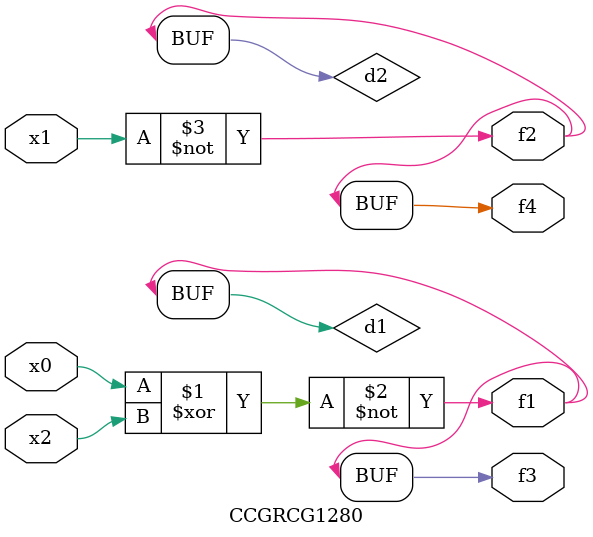
<source format=v>
module CCGRCG1280(
	input x0, x1, x2,
	output f1, f2, f3, f4
);

	wire d1, d2, d3;

	xnor (d1, x0, x2);
	nand (d2, x1);
	nor (d3, x1, x2);
	assign f1 = d1;
	assign f2 = d2;
	assign f3 = d1;
	assign f4 = d2;
endmodule

</source>
